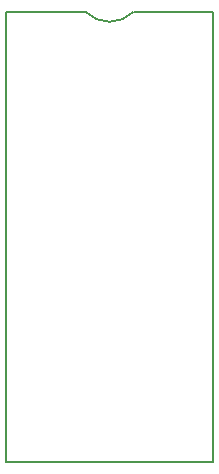
<source format=gm1>
G04 #@! TF.FileFunction,Profile,NP*
%FSLAX46Y46*%
G04 Gerber Fmt 4.6, Leading zero omitted, Abs format (unit mm)*
G04 Created by KiCad (PCBNEW 4.0.2-stable) date 6/14/2016 9:54:22 PM*
%MOMM*%
G01*
G04 APERTURE LIST*
%ADD10C,0.100000*%
%ADD11C,0.150000*%
G04 APERTURE END LIST*
D10*
D11*
X148971000Y-117856000D02*
X155702000Y-117856000D01*
X166497000Y-117856000D02*
X159766000Y-117856000D01*
X155702000Y-117856000D02*
G75*
G03X159766000Y-117856000I2032000J2032000D01*
G01*
X148971000Y-155956000D02*
X148971000Y-117856000D01*
X166497000Y-155956000D02*
X148971000Y-155956000D01*
X166497000Y-117856000D02*
X166497000Y-155956000D01*
M02*

</source>
